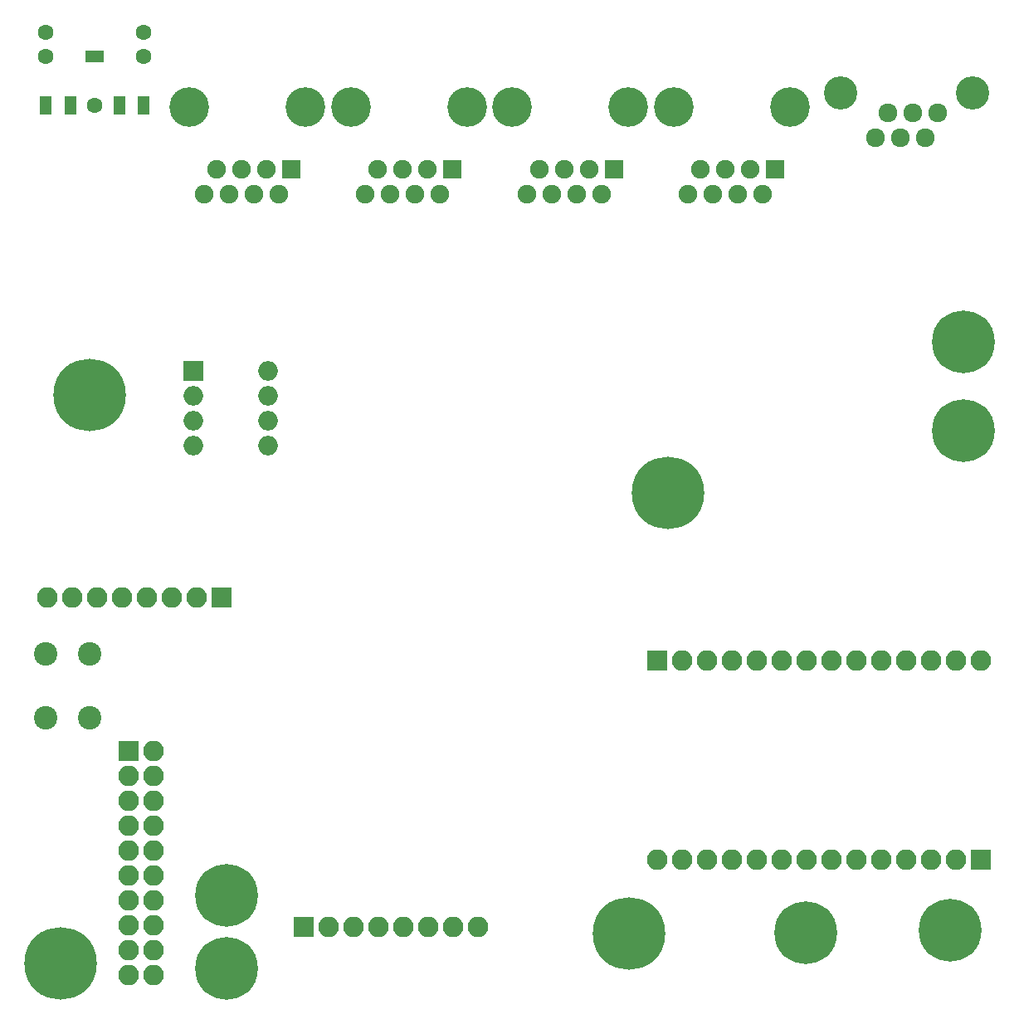
<source format=gbs>
G04 #@! TF.GenerationSoftware,KiCad,Pcbnew,(5.0.0-rc2-dev-340-g7483a73a5)*
G04 #@! TF.CreationDate,2018-04-20T19:56:18+02:00*
G04 #@! TF.ProjectId,AudiA6Main,4175646941364D61696E2E6B69636164,rev?*
G04 #@! TF.SameCoordinates,Original*
G04 #@! TF.FileFunction,Soldermask,Bot*
G04 #@! TF.FilePolarity,Negative*
%FSLAX46Y46*%
G04 Gerber Fmt 4.6, Leading zero omitted, Abs format (unit mm)*
G04 Created by KiCad (PCBNEW (5.0.0-rc2-dev-340-g7483a73a5)) date 04/20/18 19:56:18*
%MOMM*%
%LPD*%
G01*
G04 APERTURE LIST*
%ADD10C,7.400000*%
%ADD11C,3.400000*%
%ADD12C,1.920000*%
%ADD13R,1.200000X1.900000*%
%ADD14C,1.600000*%
%ADD15R,1.900000X1.200000*%
%ADD16O,2.100000X2.100000*%
%ADD17R,2.100000X2.100000*%
%ADD18C,1.900000*%
%ADD19R,1.900000X1.900000*%
%ADD20C,4.050000*%
%ADD21C,2.400000*%
%ADD22C,6.399480*%
%ADD23O,2.000000X2.000000*%
%ADD24R,2.000000X2.000000*%
G04 APERTURE END LIST*
D10*
X114750000Y-93500000D03*
X55750000Y-83500000D03*
X52750000Y-141500000D03*
D11*
X145810000Y-52720000D03*
X132340000Y-52720000D03*
D12*
X137170000Y-54750000D03*
X139710000Y-54750000D03*
X142250000Y-54750000D03*
X135900000Y-57290000D03*
X140980000Y-57290000D03*
X138440000Y-57290000D03*
D13*
X51250000Y-54000000D03*
X61250000Y-54000000D03*
X53750000Y-54000000D03*
X58750000Y-54000000D03*
D14*
X56250000Y-54000000D03*
X51250000Y-49000000D03*
X51250000Y-46500000D03*
X61250000Y-49000000D03*
X61250000Y-46500000D03*
D15*
X56250000Y-49000000D03*
D16*
X51420000Y-104150000D03*
X53960000Y-104150000D03*
X56500000Y-104150000D03*
X59040000Y-104150000D03*
X61580000Y-104150000D03*
X64120000Y-104150000D03*
X66660000Y-104150000D03*
D17*
X69200000Y-104150000D03*
X77600000Y-137750000D03*
D16*
X80140000Y-137750000D03*
X82680000Y-137750000D03*
X85220000Y-137750000D03*
X87760000Y-137750000D03*
X90300000Y-137750000D03*
X92840000Y-137750000D03*
X95380000Y-137750000D03*
D18*
X116774999Y-63004999D03*
X118044999Y-60464999D03*
X119314999Y-63004999D03*
X120584999Y-60464999D03*
X121854999Y-63004999D03*
X123124999Y-60464999D03*
X124394999Y-63004999D03*
D19*
X125664999Y-60464999D03*
D20*
X127154999Y-54114999D03*
X115284999Y-54114999D03*
X98814999Y-54114999D03*
X110684999Y-54114999D03*
D19*
X109194999Y-60464999D03*
D18*
X107924999Y-63004999D03*
X106654999Y-60464999D03*
X105384999Y-63004999D03*
X104114999Y-60464999D03*
X102844999Y-63004999D03*
X101574999Y-60464999D03*
X100304999Y-63004999D03*
X67360000Y-63040000D03*
X68630000Y-60500000D03*
X69900000Y-63040000D03*
X71170000Y-60500000D03*
X72440000Y-63040000D03*
X73710000Y-60500000D03*
X74980000Y-63040000D03*
D19*
X76250000Y-60500000D03*
D20*
X77740000Y-54150000D03*
X65870000Y-54150000D03*
X82370000Y-54150000D03*
X94240000Y-54150000D03*
D19*
X92750000Y-60500000D03*
D18*
X91480000Y-63040000D03*
X90210000Y-60500000D03*
X88940000Y-63040000D03*
X87670000Y-60500000D03*
X86400000Y-63040000D03*
X85130000Y-60500000D03*
X83860000Y-63040000D03*
D17*
X146670000Y-130930000D03*
D16*
X144130000Y-130930000D03*
X141590000Y-130930000D03*
X139050000Y-130930000D03*
X136510000Y-130930000D03*
X133970000Y-130930000D03*
X131430000Y-130930000D03*
X128890000Y-130930000D03*
X126350000Y-130930000D03*
X123810000Y-130930000D03*
X121270000Y-130930000D03*
X118730000Y-130930000D03*
X116190000Y-130930000D03*
X113650000Y-130930000D03*
X146680000Y-110610000D03*
X144140000Y-110610000D03*
X141600000Y-110610000D03*
X139060000Y-110610000D03*
X136520000Y-110610000D03*
X133980000Y-110610000D03*
X131440000Y-110610000D03*
X128900000Y-110610000D03*
X126360000Y-110610000D03*
X123820000Y-110610000D03*
X121280000Y-110610000D03*
X118740000Y-110610000D03*
X116200000Y-110610000D03*
D17*
X113660000Y-110610000D03*
D16*
X62250000Y-142660000D03*
X59710000Y-142660000D03*
X62250000Y-140120000D03*
X59710000Y-140120000D03*
X62250000Y-137580000D03*
X59710000Y-137580000D03*
X62250000Y-135040000D03*
X59710000Y-135040000D03*
X62250000Y-132500000D03*
X59710000Y-132500000D03*
X62250000Y-129960000D03*
X59710000Y-129960000D03*
X62250000Y-127420000D03*
X59710000Y-127420000D03*
X62250000Y-124880000D03*
X59710000Y-124880000D03*
X62250000Y-122340000D03*
X59710000Y-122340000D03*
X62250000Y-119800000D03*
D17*
X59710000Y-119800000D03*
D21*
X51200000Y-109950000D03*
X55700000Y-109950000D03*
X51200000Y-116450000D03*
X55700000Y-116450000D03*
D22*
X69700000Y-134550000D03*
X69650000Y-142000000D03*
X144900000Y-78050000D03*
X144900000Y-87150000D03*
D23*
X73920000Y-81050000D03*
X66300000Y-88670000D03*
X73920000Y-83590000D03*
X66300000Y-86130000D03*
X73920000Y-86130000D03*
X66300000Y-83590000D03*
X73920000Y-88670000D03*
D24*
X66300000Y-81050000D03*
D10*
X110750000Y-138500000D03*
D22*
X143500000Y-138150000D03*
X128800000Y-138350000D03*
M02*

</source>
